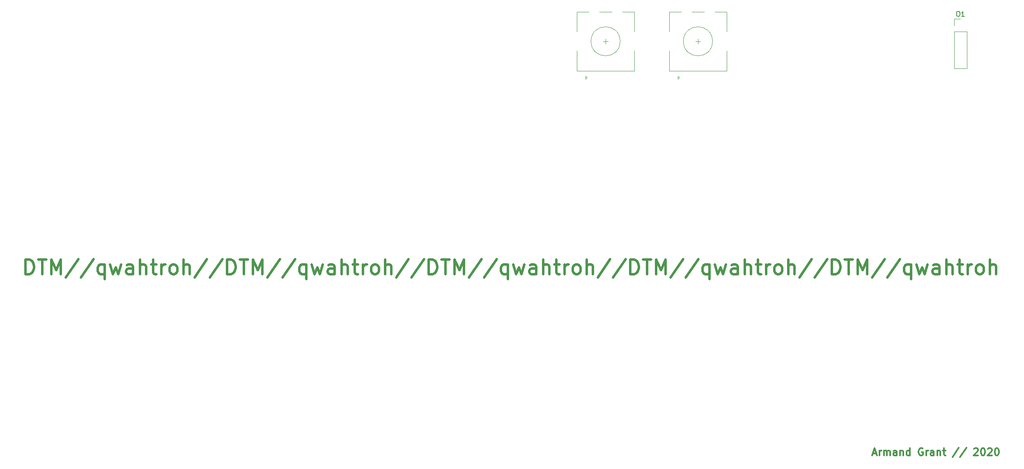
<source format=gbr>
%TF.GenerationSoftware,KiCad,Pcbnew,(5.1.6)-1*%
%TF.CreationDate,2020-06-27T17:36:21-05:00*%
%TF.ProjectId,DTM,44544d2e-6b69-4636-9164-5f7063625858,rev?*%
%TF.SameCoordinates,Original*%
%TF.FileFunction,Legend,Top*%
%TF.FilePolarity,Positive*%
%FSLAX46Y46*%
G04 Gerber Fmt 4.6, Leading zero omitted, Abs format (unit mm)*
G04 Created by KiCad (PCBNEW (5.1.6)-1) date 2020-06-27 17:36:21*
%MOMM*%
%LPD*%
G01*
G04 APERTURE LIST*
%ADD10C,0.300000*%
%ADD11C,0.500000*%
%ADD12C,0.120000*%
%ADD13C,0.150000*%
G04 APERTURE END LIST*
D10*
X219410000Y-113280000D02*
X220124285Y-113280000D01*
X219267142Y-113708571D02*
X219767142Y-112208571D01*
X220267142Y-113708571D01*
X220767142Y-113708571D02*
X220767142Y-112708571D01*
X220767142Y-112994285D02*
X220838571Y-112851428D01*
X220910000Y-112780000D01*
X221052857Y-112708571D01*
X221195714Y-112708571D01*
X221695714Y-113708571D02*
X221695714Y-112708571D01*
X221695714Y-112851428D02*
X221767142Y-112780000D01*
X221910000Y-112708571D01*
X222124285Y-112708571D01*
X222267142Y-112780000D01*
X222338571Y-112922857D01*
X222338571Y-113708571D01*
X222338571Y-112922857D02*
X222410000Y-112780000D01*
X222552857Y-112708571D01*
X222767142Y-112708571D01*
X222910000Y-112780000D01*
X222981428Y-112922857D01*
X222981428Y-113708571D01*
X224338571Y-113708571D02*
X224338571Y-112922857D01*
X224267142Y-112780000D01*
X224124285Y-112708571D01*
X223838571Y-112708571D01*
X223695714Y-112780000D01*
X224338571Y-113637142D02*
X224195714Y-113708571D01*
X223838571Y-113708571D01*
X223695714Y-113637142D01*
X223624285Y-113494285D01*
X223624285Y-113351428D01*
X223695714Y-113208571D01*
X223838571Y-113137142D01*
X224195714Y-113137142D01*
X224338571Y-113065714D01*
X225052857Y-112708571D02*
X225052857Y-113708571D01*
X225052857Y-112851428D02*
X225124285Y-112780000D01*
X225267142Y-112708571D01*
X225481428Y-112708571D01*
X225624285Y-112780000D01*
X225695714Y-112922857D01*
X225695714Y-113708571D01*
X227052857Y-113708571D02*
X227052857Y-112208571D01*
X227052857Y-113637142D02*
X226910000Y-113708571D01*
X226624285Y-113708571D01*
X226481428Y-113637142D01*
X226410000Y-113565714D01*
X226338571Y-113422857D01*
X226338571Y-112994285D01*
X226410000Y-112851428D01*
X226481428Y-112780000D01*
X226624285Y-112708571D01*
X226910000Y-112708571D01*
X227052857Y-112780000D01*
X229695714Y-112280000D02*
X229552857Y-112208571D01*
X229338571Y-112208571D01*
X229124285Y-112280000D01*
X228981428Y-112422857D01*
X228910000Y-112565714D01*
X228838571Y-112851428D01*
X228838571Y-113065714D01*
X228910000Y-113351428D01*
X228981428Y-113494285D01*
X229124285Y-113637142D01*
X229338571Y-113708571D01*
X229481428Y-113708571D01*
X229695714Y-113637142D01*
X229767142Y-113565714D01*
X229767142Y-113065714D01*
X229481428Y-113065714D01*
X230410000Y-113708571D02*
X230410000Y-112708571D01*
X230410000Y-112994285D02*
X230481428Y-112851428D01*
X230552857Y-112780000D01*
X230695714Y-112708571D01*
X230838571Y-112708571D01*
X231981428Y-113708571D02*
X231981428Y-112922857D01*
X231910000Y-112780000D01*
X231767142Y-112708571D01*
X231481428Y-112708571D01*
X231338571Y-112780000D01*
X231981428Y-113637142D02*
X231838571Y-113708571D01*
X231481428Y-113708571D01*
X231338571Y-113637142D01*
X231267142Y-113494285D01*
X231267142Y-113351428D01*
X231338571Y-113208571D01*
X231481428Y-113137142D01*
X231838571Y-113137142D01*
X231981428Y-113065714D01*
X232695714Y-112708571D02*
X232695714Y-113708571D01*
X232695714Y-112851428D02*
X232767142Y-112780000D01*
X232910000Y-112708571D01*
X233124285Y-112708571D01*
X233267142Y-112780000D01*
X233338571Y-112922857D01*
X233338571Y-113708571D01*
X233838571Y-112708571D02*
X234410000Y-112708571D01*
X234052857Y-112208571D02*
X234052857Y-113494285D01*
X234124285Y-113637142D01*
X234267142Y-113708571D01*
X234410000Y-113708571D01*
X237124285Y-112137142D02*
X235838571Y-114065714D01*
X238695714Y-112137142D02*
X237410000Y-114065714D01*
X240267142Y-112351428D02*
X240338571Y-112280000D01*
X240481428Y-112208571D01*
X240838571Y-112208571D01*
X240981428Y-112280000D01*
X241052857Y-112351428D01*
X241124285Y-112494285D01*
X241124285Y-112637142D01*
X241052857Y-112851428D01*
X240195714Y-113708571D01*
X241124285Y-113708571D01*
X242052857Y-112208571D02*
X242195714Y-112208571D01*
X242338571Y-112280000D01*
X242410000Y-112351428D01*
X242481428Y-112494285D01*
X242552857Y-112780000D01*
X242552857Y-113137142D01*
X242481428Y-113422857D01*
X242410000Y-113565714D01*
X242338571Y-113637142D01*
X242195714Y-113708571D01*
X242052857Y-113708571D01*
X241910000Y-113637142D01*
X241838571Y-113565714D01*
X241767142Y-113422857D01*
X241695714Y-113137142D01*
X241695714Y-112780000D01*
X241767142Y-112494285D01*
X241838571Y-112351428D01*
X241910000Y-112280000D01*
X242052857Y-112208571D01*
X243124285Y-112351428D02*
X243195714Y-112280000D01*
X243338571Y-112208571D01*
X243695714Y-112208571D01*
X243838571Y-112280000D01*
X243910000Y-112351428D01*
X243981428Y-112494285D01*
X243981428Y-112637142D01*
X243910000Y-112851428D01*
X243052857Y-113708571D01*
X243981428Y-113708571D01*
X244910000Y-112208571D02*
X245052857Y-112208571D01*
X245195714Y-112280000D01*
X245267142Y-112351428D01*
X245338571Y-112494285D01*
X245410000Y-112780000D01*
X245410000Y-113137142D01*
X245338571Y-113422857D01*
X245267142Y-113565714D01*
X245195714Y-113637142D01*
X245052857Y-113708571D01*
X244910000Y-113708571D01*
X244767142Y-113637142D01*
X244695714Y-113565714D01*
X244624285Y-113422857D01*
X244552857Y-113137142D01*
X244552857Y-112780000D01*
X244624285Y-112494285D01*
X244695714Y-112351428D01*
X244767142Y-112280000D01*
X244910000Y-112208571D01*
D11*
X44708571Y-76287142D02*
X44708571Y-73287142D01*
X45422857Y-73287142D01*
X45851428Y-73430000D01*
X46137142Y-73715714D01*
X46280000Y-74001428D01*
X46422857Y-74572857D01*
X46422857Y-75001428D01*
X46280000Y-75572857D01*
X46137142Y-75858571D01*
X45851428Y-76144285D01*
X45422857Y-76287142D01*
X44708571Y-76287142D01*
X47280000Y-73287142D02*
X48994285Y-73287142D01*
X48137142Y-76287142D02*
X48137142Y-73287142D01*
X49994285Y-76287142D02*
X49994285Y-73287142D01*
X50994285Y-75430000D01*
X51994285Y-73287142D01*
X51994285Y-76287142D01*
X55565714Y-73144285D02*
X52994285Y-77001428D01*
X58708571Y-73144285D02*
X56137142Y-77001428D01*
X60994285Y-74287142D02*
X60994285Y-77287142D01*
X60994285Y-76144285D02*
X60708571Y-76287142D01*
X60137142Y-76287142D01*
X59851428Y-76144285D01*
X59708571Y-76001428D01*
X59565714Y-75715714D01*
X59565714Y-74858571D01*
X59708571Y-74572857D01*
X59851428Y-74430000D01*
X60137142Y-74287142D01*
X60708571Y-74287142D01*
X60994285Y-74430000D01*
X62137142Y-74287142D02*
X62708571Y-76287142D01*
X63280000Y-74858571D01*
X63851428Y-76287142D01*
X64422857Y-74287142D01*
X66851428Y-76287142D02*
X66851428Y-74715714D01*
X66708571Y-74430000D01*
X66422857Y-74287142D01*
X65851428Y-74287142D01*
X65565714Y-74430000D01*
X66851428Y-76144285D02*
X66565714Y-76287142D01*
X65851428Y-76287142D01*
X65565714Y-76144285D01*
X65422857Y-75858571D01*
X65422857Y-75572857D01*
X65565714Y-75287142D01*
X65851428Y-75144285D01*
X66565714Y-75144285D01*
X66851428Y-75001428D01*
X68280000Y-76287142D02*
X68280000Y-73287142D01*
X69565714Y-76287142D02*
X69565714Y-74715714D01*
X69422857Y-74430000D01*
X69137142Y-74287142D01*
X68708571Y-74287142D01*
X68422857Y-74430000D01*
X68280000Y-74572857D01*
X70565714Y-74287142D02*
X71708571Y-74287142D01*
X70994285Y-73287142D02*
X70994285Y-75858571D01*
X71137142Y-76144285D01*
X71422857Y-76287142D01*
X71708571Y-76287142D01*
X72708571Y-76287142D02*
X72708571Y-74287142D01*
X72708571Y-74858571D02*
X72851428Y-74572857D01*
X72994285Y-74430000D01*
X73280000Y-74287142D01*
X73565714Y-74287142D01*
X74994285Y-76287142D02*
X74708571Y-76144285D01*
X74565714Y-76001428D01*
X74422857Y-75715714D01*
X74422857Y-74858571D01*
X74565714Y-74572857D01*
X74708571Y-74430000D01*
X74994285Y-74287142D01*
X75422857Y-74287142D01*
X75708571Y-74430000D01*
X75851428Y-74572857D01*
X75994285Y-74858571D01*
X75994285Y-75715714D01*
X75851428Y-76001428D01*
X75708571Y-76144285D01*
X75422857Y-76287142D01*
X74994285Y-76287142D01*
X77279999Y-76287142D02*
X77279999Y-73287142D01*
X78565714Y-76287142D02*
X78565714Y-74715714D01*
X78422857Y-74430000D01*
X78137142Y-74287142D01*
X77708571Y-74287142D01*
X77422857Y-74430000D01*
X77279999Y-74572857D01*
X82137142Y-73144285D02*
X79565714Y-77001428D01*
X85280000Y-73144285D02*
X82708571Y-77001428D01*
X86280000Y-76287142D02*
X86280000Y-73287142D01*
X86994285Y-73287142D01*
X87422857Y-73430000D01*
X87708571Y-73715714D01*
X87851428Y-74001428D01*
X87994285Y-74572857D01*
X87994285Y-75001428D01*
X87851428Y-75572857D01*
X87708571Y-75858571D01*
X87422857Y-76144285D01*
X86994285Y-76287142D01*
X86280000Y-76287142D01*
X88851428Y-73287142D02*
X90565714Y-73287142D01*
X89708571Y-76287142D02*
X89708571Y-73287142D01*
X91565714Y-76287142D02*
X91565714Y-73287142D01*
X92565714Y-75430000D01*
X93565714Y-73287142D01*
X93565714Y-76287142D01*
X97137142Y-73144285D02*
X94565714Y-77001428D01*
X100279999Y-73144285D02*
X97708571Y-77001428D01*
X102565714Y-74287142D02*
X102565714Y-77287142D01*
X102565714Y-76144285D02*
X102279999Y-76287142D01*
X101708571Y-76287142D01*
X101422857Y-76144285D01*
X101279999Y-76001428D01*
X101137142Y-75715714D01*
X101137142Y-74858571D01*
X101279999Y-74572857D01*
X101422857Y-74430000D01*
X101708571Y-74287142D01*
X102279999Y-74287142D01*
X102565714Y-74430000D01*
X103708571Y-74287142D02*
X104279999Y-76287142D01*
X104851428Y-74858571D01*
X105422857Y-76287142D01*
X105994285Y-74287142D01*
X108422857Y-76287142D02*
X108422857Y-74715714D01*
X108279999Y-74430000D01*
X107994285Y-74287142D01*
X107422857Y-74287142D01*
X107137142Y-74430000D01*
X108422857Y-76144285D02*
X108137142Y-76287142D01*
X107422857Y-76287142D01*
X107137142Y-76144285D01*
X106994285Y-75858571D01*
X106994285Y-75572857D01*
X107137142Y-75287142D01*
X107422857Y-75144285D01*
X108137142Y-75144285D01*
X108422857Y-75001428D01*
X109851428Y-76287142D02*
X109851428Y-73287142D01*
X111137142Y-76287142D02*
X111137142Y-74715714D01*
X110994285Y-74430000D01*
X110708571Y-74287142D01*
X110279999Y-74287142D01*
X109994285Y-74430000D01*
X109851428Y-74572857D01*
X112137142Y-74287142D02*
X113279999Y-74287142D01*
X112565714Y-73287142D02*
X112565714Y-75858571D01*
X112708571Y-76144285D01*
X112994285Y-76287142D01*
X113279999Y-76287142D01*
X114279999Y-76287142D02*
X114279999Y-74287142D01*
X114279999Y-74858571D02*
X114422857Y-74572857D01*
X114565714Y-74430000D01*
X114851428Y-74287142D01*
X115137142Y-74287142D01*
X116565714Y-76287142D02*
X116279999Y-76144285D01*
X116137142Y-76001428D01*
X115994285Y-75715714D01*
X115994285Y-74858571D01*
X116137142Y-74572857D01*
X116279999Y-74430000D01*
X116565714Y-74287142D01*
X116994285Y-74287142D01*
X117279999Y-74430000D01*
X117422857Y-74572857D01*
X117565714Y-74858571D01*
X117565714Y-75715714D01*
X117422857Y-76001428D01*
X117279999Y-76144285D01*
X116994285Y-76287142D01*
X116565714Y-76287142D01*
X118851428Y-76287142D02*
X118851428Y-73287142D01*
X120137142Y-76287142D02*
X120137142Y-74715714D01*
X119994285Y-74430000D01*
X119708571Y-74287142D01*
X119279999Y-74287142D01*
X118994285Y-74430000D01*
X118851428Y-74572857D01*
X123708571Y-73144285D02*
X121137142Y-77001428D01*
X126851428Y-73144285D02*
X124279999Y-77001428D01*
X127851428Y-76287142D02*
X127851428Y-73287142D01*
X128565714Y-73287142D01*
X128994285Y-73430000D01*
X129280000Y-73715714D01*
X129422857Y-74001428D01*
X129565714Y-74572857D01*
X129565714Y-75001428D01*
X129422857Y-75572857D01*
X129280000Y-75858571D01*
X128994285Y-76144285D01*
X128565714Y-76287142D01*
X127851428Y-76287142D01*
X130422857Y-73287142D02*
X132137142Y-73287142D01*
X131280000Y-76287142D02*
X131280000Y-73287142D01*
X133137142Y-76287142D02*
X133137142Y-73287142D01*
X134137142Y-75430000D01*
X135137142Y-73287142D01*
X135137142Y-76287142D01*
X138708571Y-73144285D02*
X136137142Y-77001428D01*
X141851428Y-73144285D02*
X139280000Y-77001428D01*
X144137142Y-74287142D02*
X144137142Y-77287142D01*
X144137142Y-76144285D02*
X143851428Y-76287142D01*
X143280000Y-76287142D01*
X142994285Y-76144285D01*
X142851428Y-76001428D01*
X142708571Y-75715714D01*
X142708571Y-74858571D01*
X142851428Y-74572857D01*
X142994285Y-74430000D01*
X143280000Y-74287142D01*
X143851428Y-74287142D01*
X144137142Y-74430000D01*
X145280000Y-74287142D02*
X145851428Y-76287142D01*
X146422857Y-74858571D01*
X146994285Y-76287142D01*
X147565714Y-74287142D01*
X149994285Y-76287142D02*
X149994285Y-74715714D01*
X149851428Y-74430000D01*
X149565714Y-74287142D01*
X148994285Y-74287142D01*
X148708571Y-74430000D01*
X149994285Y-76144285D02*
X149708571Y-76287142D01*
X148994285Y-76287142D01*
X148708571Y-76144285D01*
X148565714Y-75858571D01*
X148565714Y-75572857D01*
X148708571Y-75287142D01*
X148994285Y-75144285D01*
X149708571Y-75144285D01*
X149994285Y-75001428D01*
X151422857Y-76287142D02*
X151422857Y-73287142D01*
X152708571Y-76287142D02*
X152708571Y-74715714D01*
X152565714Y-74430000D01*
X152280000Y-74287142D01*
X151851428Y-74287142D01*
X151565714Y-74430000D01*
X151422857Y-74572857D01*
X153708571Y-74287142D02*
X154851428Y-74287142D01*
X154137142Y-73287142D02*
X154137142Y-75858571D01*
X154280000Y-76144285D01*
X154565714Y-76287142D01*
X154851428Y-76287142D01*
X155851428Y-76287142D02*
X155851428Y-74287142D01*
X155851428Y-74858571D02*
X155994285Y-74572857D01*
X156137142Y-74430000D01*
X156422857Y-74287142D01*
X156708571Y-74287142D01*
X158137142Y-76287142D02*
X157851428Y-76144285D01*
X157708571Y-76001428D01*
X157565714Y-75715714D01*
X157565714Y-74858571D01*
X157708571Y-74572857D01*
X157851428Y-74430000D01*
X158137142Y-74287142D01*
X158565714Y-74287142D01*
X158851428Y-74430000D01*
X158994285Y-74572857D01*
X159137142Y-74858571D01*
X159137142Y-75715714D01*
X158994285Y-76001428D01*
X158851428Y-76144285D01*
X158565714Y-76287142D01*
X158137142Y-76287142D01*
X160422857Y-76287142D02*
X160422857Y-73287142D01*
X161708571Y-76287142D02*
X161708571Y-74715714D01*
X161565714Y-74430000D01*
X161280000Y-74287142D01*
X160851428Y-74287142D01*
X160565714Y-74430000D01*
X160422857Y-74572857D01*
X165280000Y-73144285D02*
X162708571Y-77001428D01*
X168422857Y-73144285D02*
X165851428Y-77001428D01*
X169422857Y-76287142D02*
X169422857Y-73287142D01*
X170137142Y-73287142D01*
X170565714Y-73430000D01*
X170851428Y-73715714D01*
X170994285Y-74001428D01*
X171137142Y-74572857D01*
X171137142Y-75001428D01*
X170994285Y-75572857D01*
X170851428Y-75858571D01*
X170565714Y-76144285D01*
X170137142Y-76287142D01*
X169422857Y-76287142D01*
X171994285Y-73287142D02*
X173708571Y-73287142D01*
X172851428Y-76287142D02*
X172851428Y-73287142D01*
X174708571Y-76287142D02*
X174708571Y-73287142D01*
X175708571Y-75430000D01*
X176708571Y-73287142D01*
X176708571Y-76287142D01*
X180280000Y-73144285D02*
X177708571Y-77001428D01*
X183422857Y-73144285D02*
X180851428Y-77001428D01*
X185708571Y-74287142D02*
X185708571Y-77287142D01*
X185708571Y-76144285D02*
X185422857Y-76287142D01*
X184851428Y-76287142D01*
X184565714Y-76144285D01*
X184422857Y-76001428D01*
X184280000Y-75715714D01*
X184280000Y-74858571D01*
X184422857Y-74572857D01*
X184565714Y-74430000D01*
X184851428Y-74287142D01*
X185422857Y-74287142D01*
X185708571Y-74430000D01*
X186851428Y-74287142D02*
X187422857Y-76287142D01*
X187994285Y-74858571D01*
X188565714Y-76287142D01*
X189137142Y-74287142D01*
X191565714Y-76287142D02*
X191565714Y-74715714D01*
X191422857Y-74430000D01*
X191137142Y-74287142D01*
X190565714Y-74287142D01*
X190280000Y-74430000D01*
X191565714Y-76144285D02*
X191280000Y-76287142D01*
X190565714Y-76287142D01*
X190280000Y-76144285D01*
X190137142Y-75858571D01*
X190137142Y-75572857D01*
X190280000Y-75287142D01*
X190565714Y-75144285D01*
X191280000Y-75144285D01*
X191565714Y-75001428D01*
X192994285Y-76287142D02*
X192994285Y-73287142D01*
X194280000Y-76287142D02*
X194280000Y-74715714D01*
X194137142Y-74430000D01*
X193851428Y-74287142D01*
X193422857Y-74287142D01*
X193137142Y-74430000D01*
X192994285Y-74572857D01*
X195280000Y-74287142D02*
X196422857Y-74287142D01*
X195708571Y-73287142D02*
X195708571Y-75858571D01*
X195851428Y-76144285D01*
X196137142Y-76287142D01*
X196422857Y-76287142D01*
X197422857Y-76287142D02*
X197422857Y-74287142D01*
X197422857Y-74858571D02*
X197565714Y-74572857D01*
X197708571Y-74430000D01*
X197994285Y-74287142D01*
X198279999Y-74287142D01*
X199708571Y-76287142D02*
X199422857Y-76144285D01*
X199279999Y-76001428D01*
X199137142Y-75715714D01*
X199137142Y-74858571D01*
X199279999Y-74572857D01*
X199422857Y-74430000D01*
X199708571Y-74287142D01*
X200137142Y-74287142D01*
X200422857Y-74430000D01*
X200565714Y-74572857D01*
X200708571Y-74858571D01*
X200708571Y-75715714D01*
X200565714Y-76001428D01*
X200422857Y-76144285D01*
X200137142Y-76287142D01*
X199708571Y-76287142D01*
X201994285Y-76287142D02*
X201994285Y-73287142D01*
X203279999Y-76287142D02*
X203279999Y-74715714D01*
X203137142Y-74430000D01*
X202851428Y-74287142D01*
X202422857Y-74287142D01*
X202137142Y-74430000D01*
X201994285Y-74572857D01*
X206851428Y-73144285D02*
X204279999Y-77001428D01*
X209994285Y-73144285D02*
X207422857Y-77001428D01*
X210994285Y-76287142D02*
X210994285Y-73287142D01*
X211708571Y-73287142D01*
X212137142Y-73430000D01*
X212422857Y-73715714D01*
X212565714Y-74001428D01*
X212708571Y-74572857D01*
X212708571Y-75001428D01*
X212565714Y-75572857D01*
X212422857Y-75858571D01*
X212137142Y-76144285D01*
X211708571Y-76287142D01*
X210994285Y-76287142D01*
X213565714Y-73287142D02*
X215279999Y-73287142D01*
X214422857Y-76287142D02*
X214422857Y-73287142D01*
X216279999Y-76287142D02*
X216279999Y-73287142D01*
X217279999Y-75430000D01*
X218279999Y-73287142D01*
X218279999Y-76287142D01*
X221851428Y-73144285D02*
X219279999Y-77001428D01*
X224994285Y-73144285D02*
X222422857Y-77001428D01*
X227279999Y-74287142D02*
X227279999Y-77287142D01*
X227279999Y-76144285D02*
X226994285Y-76287142D01*
X226422857Y-76287142D01*
X226137142Y-76144285D01*
X225994285Y-76001428D01*
X225851428Y-75715714D01*
X225851428Y-74858571D01*
X225994285Y-74572857D01*
X226137142Y-74430000D01*
X226422857Y-74287142D01*
X226994285Y-74287142D01*
X227279999Y-74430000D01*
X228422857Y-74287142D02*
X228994285Y-76287142D01*
X229565714Y-74858571D01*
X230137142Y-76287142D01*
X230708571Y-74287142D01*
X233137142Y-76287142D02*
X233137142Y-74715714D01*
X232994285Y-74430000D01*
X232708571Y-74287142D01*
X232137142Y-74287142D01*
X231851428Y-74430000D01*
X233137142Y-76144285D02*
X232851428Y-76287142D01*
X232137142Y-76287142D01*
X231851428Y-76144285D01*
X231708571Y-75858571D01*
X231708571Y-75572857D01*
X231851428Y-75287142D01*
X232137142Y-75144285D01*
X232851428Y-75144285D01*
X233137142Y-75001428D01*
X234565714Y-76287142D02*
X234565714Y-73287142D01*
X235851428Y-76287142D02*
X235851428Y-74715714D01*
X235708571Y-74430000D01*
X235422857Y-74287142D01*
X234994285Y-74287142D01*
X234708571Y-74430000D01*
X234565714Y-74572857D01*
X236851428Y-74287142D02*
X237994285Y-74287142D01*
X237279999Y-73287142D02*
X237279999Y-75858571D01*
X237422857Y-76144285D01*
X237708571Y-76287142D01*
X237994285Y-76287142D01*
X238994285Y-76287142D02*
X238994285Y-74287142D01*
X238994285Y-74858571D02*
X239137142Y-74572857D01*
X239279999Y-74430000D01*
X239565714Y-74287142D01*
X239851428Y-74287142D01*
X241279999Y-76287142D02*
X240994285Y-76144285D01*
X240851428Y-76001428D01*
X240708571Y-75715714D01*
X240708571Y-74858571D01*
X240851428Y-74572857D01*
X240994285Y-74430000D01*
X241279999Y-74287142D01*
X241708571Y-74287142D01*
X241994285Y-74430000D01*
X242137142Y-74572857D01*
X242279999Y-74858571D01*
X242279999Y-75715714D01*
X242137142Y-76001428D01*
X241994285Y-76144285D01*
X241708571Y-76287142D01*
X241279999Y-76287142D01*
X243565714Y-76287142D02*
X243565714Y-73287142D01*
X244851428Y-76287142D02*
X244851428Y-74715714D01*
X244708571Y-74430000D01*
X244422857Y-74287142D01*
X243994285Y-74287142D01*
X243708571Y-74430000D01*
X243565714Y-74572857D01*
D12*
%TO.C,O1*%
X236160000Y-33842000D02*
X238820000Y-33842000D01*
X236160000Y-26162000D02*
X236160000Y-33842000D01*
X238820000Y-26162000D02*
X238820000Y-33842000D01*
X236160000Y-26162000D02*
X238820000Y-26162000D01*
X236160000Y-24892000D02*
X236160000Y-23562000D01*
X236160000Y-23562000D02*
X237490000Y-23562000D01*
%TO.C,K7/SW1*%
X167306250Y-28194000D02*
G75*
G03*
X167306250Y-28194000I-3000000J0D01*
G01*
X158406250Y-26194000D02*
X158406250Y-22094000D01*
X170206250Y-22094000D02*
X170206250Y-26194000D01*
X170206250Y-30194000D02*
X170206250Y-34294000D01*
X158406250Y-30194000D02*
X158406250Y-34294000D01*
X158406250Y-34294000D02*
X170206250Y-34294000D01*
X160506250Y-35694000D02*
X160206250Y-35994000D01*
X160206250Y-35994000D02*
X160206250Y-35394000D01*
X160206250Y-35394000D02*
X160506250Y-35694000D01*
X158406250Y-22094000D02*
X160806250Y-22094000D01*
X163006250Y-22094000D02*
X165606250Y-22094000D01*
X167806250Y-22094000D02*
X170206250Y-22094000D01*
X163806250Y-28194000D02*
X164806250Y-28194000D01*
X164306250Y-28694000D02*
X164306250Y-27694000D01*
%TO.C,K8/SW2*%
X186356250Y-28194000D02*
G75*
G03*
X186356250Y-28194000I-3000000J0D01*
G01*
X177456250Y-26194000D02*
X177456250Y-22094000D01*
X189256250Y-22094000D02*
X189256250Y-26194000D01*
X189256250Y-30194000D02*
X189256250Y-34294000D01*
X177456250Y-30194000D02*
X177456250Y-34294000D01*
X177456250Y-34294000D02*
X189256250Y-34294000D01*
X179556250Y-35694000D02*
X179256250Y-35994000D01*
X179256250Y-35994000D02*
X179256250Y-35394000D01*
X179256250Y-35394000D02*
X179556250Y-35694000D01*
X177456250Y-22094000D02*
X179856250Y-22094000D01*
X182056250Y-22094000D02*
X184656250Y-22094000D01*
X186856250Y-22094000D02*
X189256250Y-22094000D01*
X182856250Y-28194000D02*
X183856250Y-28194000D01*
X183356250Y-28694000D02*
X183356250Y-27694000D01*
%TO.C,O1*%
D13*
X236918571Y-22014380D02*
X237109047Y-22014380D01*
X237204285Y-22062000D01*
X237299523Y-22157238D01*
X237347142Y-22347714D01*
X237347142Y-22681047D01*
X237299523Y-22871523D01*
X237204285Y-22966761D01*
X237109047Y-23014380D01*
X236918571Y-23014380D01*
X236823333Y-22966761D01*
X236728095Y-22871523D01*
X236680476Y-22681047D01*
X236680476Y-22347714D01*
X236728095Y-22157238D01*
X236823333Y-22062000D01*
X236918571Y-22014380D01*
X238299523Y-23014380D02*
X237728095Y-23014380D01*
X238013809Y-23014380D02*
X238013809Y-22014380D01*
X237918571Y-22157238D01*
X237823333Y-22252476D01*
X237728095Y-22300095D01*
%TD*%
M02*

</source>
